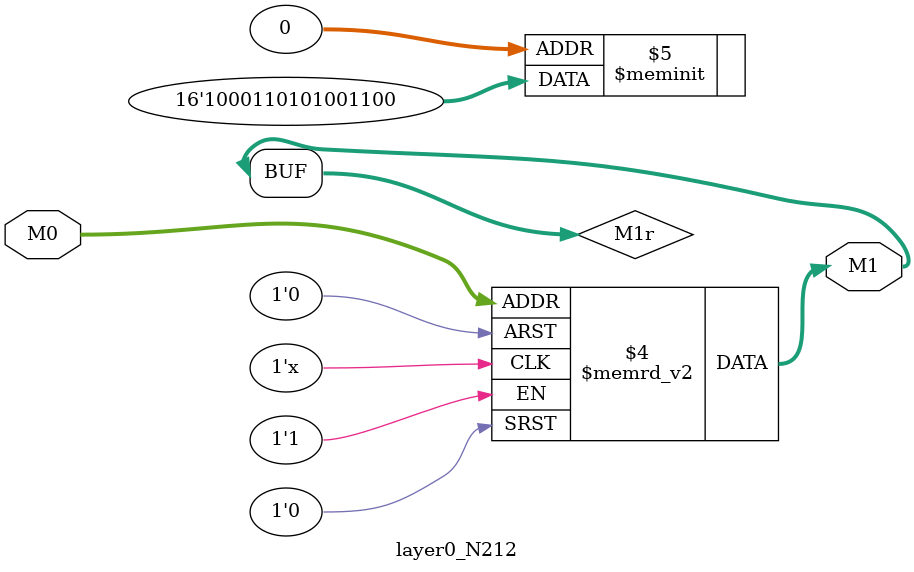
<source format=v>
module layer0_N212 ( input [2:0] M0, output [1:0] M1 );

	(*rom_style = "distributed" *) reg [1:0] M1r;
	assign M1 = M1r;
	always @ (M0) begin
		case (M0)
			3'b000: M1r = 2'b00;
			3'b100: M1r = 2'b01;
			3'b010: M1r = 2'b00;
			3'b110: M1r = 2'b00;
			3'b001: M1r = 2'b11;
			3'b101: M1r = 2'b11;
			3'b011: M1r = 2'b01;
			3'b111: M1r = 2'b10;

		endcase
	end
endmodule

</source>
